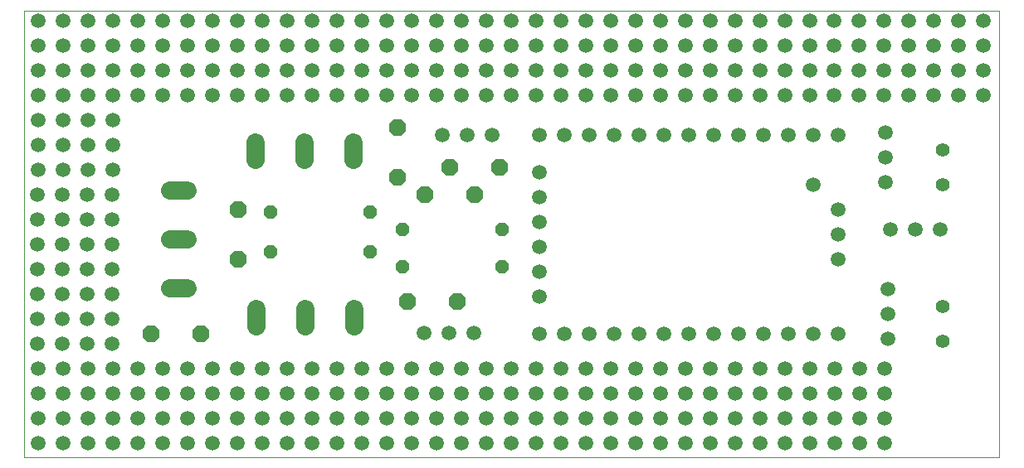
<source format=gts>
G75*
%MOIN*%
%OFA0B0*%
%FSLAX24Y24*%
%IPPOS*%
%LPD*%
%AMOC8*
5,1,8,0,0,1.08239X$1,22.5*
%
%ADD10C,0.0000*%
%ADD11C,0.0594*%
%ADD12C,0.0555*%
%ADD13OC8,0.0560*%
%ADD14C,0.0745*%
%ADD15OC8,0.0670*%
D10*
X000126Y007443D02*
X000126Y025389D01*
X039296Y025389D01*
X039296Y007443D01*
X000126Y007443D01*
D11*
X000686Y007983D03*
X001686Y007983D03*
X002686Y007983D03*
X003686Y007983D03*
X004686Y007983D03*
X005686Y007983D03*
X006686Y007983D03*
X007676Y007993D03*
X008676Y007993D03*
X009676Y007993D03*
X010676Y007993D03*
X011676Y007993D03*
X012676Y007993D03*
X013676Y007993D03*
X014676Y007993D03*
X015676Y007993D03*
X016676Y007993D03*
X017676Y007993D03*
X018676Y007993D03*
X019676Y007993D03*
X020676Y007993D03*
X021676Y007993D03*
X022676Y007993D03*
X023676Y007993D03*
X024676Y007993D03*
X025676Y007993D03*
X026676Y007993D03*
X027676Y007993D03*
X028676Y007993D03*
X029676Y007993D03*
X030676Y007993D03*
X031676Y007993D03*
X032676Y007993D03*
X033676Y007993D03*
X034676Y007993D03*
X034676Y008993D03*
X033676Y008993D03*
X032676Y008993D03*
X031676Y008993D03*
X030676Y008993D03*
X029676Y008993D03*
X028676Y008993D03*
X027676Y008993D03*
X026676Y008993D03*
X025676Y008993D03*
X024676Y008993D03*
X023676Y008993D03*
X022676Y008993D03*
X021676Y008993D03*
X020676Y008993D03*
X019676Y008993D03*
X018676Y008993D03*
X017676Y008993D03*
X016676Y008993D03*
X015676Y008993D03*
X014676Y008993D03*
X013676Y008993D03*
X012676Y008993D03*
X011676Y008993D03*
X010676Y008993D03*
X009676Y008993D03*
X008676Y008993D03*
X007676Y008993D03*
X006686Y008983D03*
X005686Y008983D03*
X004686Y008983D03*
X003686Y008983D03*
X002686Y008983D03*
X001686Y008983D03*
X000686Y008983D03*
X000686Y009983D03*
X001686Y009983D03*
X002686Y009983D03*
X003686Y009983D03*
X004686Y009983D03*
X005686Y009983D03*
X006686Y009983D03*
X007676Y009993D03*
X008676Y009993D03*
X009676Y009993D03*
X010676Y009993D03*
X011676Y009993D03*
X012676Y009993D03*
X013676Y009993D03*
X014676Y009993D03*
X015676Y009993D03*
X016676Y009993D03*
X017676Y009993D03*
X018676Y009993D03*
X019676Y009993D03*
X020676Y009993D03*
X021676Y009993D03*
X022676Y009993D03*
X023676Y009993D03*
X024676Y009993D03*
X025676Y009993D03*
X026676Y009993D03*
X027676Y009993D03*
X028676Y009993D03*
X029676Y009993D03*
X030676Y009993D03*
X031676Y009993D03*
X032676Y009993D03*
X033676Y009993D03*
X034676Y009993D03*
X034676Y010993D03*
X033676Y010993D03*
X032676Y010993D03*
X031676Y010993D03*
X030676Y010993D03*
X029676Y010993D03*
X028676Y010993D03*
X027676Y010993D03*
X026676Y010993D03*
X025676Y010993D03*
X024676Y010993D03*
X023676Y010993D03*
X022676Y010993D03*
X021676Y010993D03*
X020676Y010993D03*
X019676Y010993D03*
X018676Y010993D03*
X017676Y010993D03*
X016676Y010993D03*
X015676Y010993D03*
X014676Y010993D03*
X013676Y010993D03*
X012676Y010993D03*
X011676Y010993D03*
X010676Y010993D03*
X009676Y010993D03*
X008676Y010993D03*
X007676Y010993D03*
X006686Y010983D03*
X005686Y010983D03*
X004686Y010983D03*
X003686Y010983D03*
X002686Y010983D03*
X001686Y010983D03*
X000686Y010983D03*
X000656Y011983D03*
X001656Y011983D03*
X002656Y011983D03*
X003656Y011983D03*
X003656Y012983D03*
X002656Y012983D03*
X001656Y012983D03*
X000656Y012983D03*
X000656Y013983D03*
X001656Y013983D03*
X002656Y013983D03*
X003656Y013983D03*
X003656Y014983D03*
X002656Y014983D03*
X001656Y014983D03*
X000656Y014983D03*
X000656Y015983D03*
X001656Y015983D03*
X002656Y015983D03*
X003656Y015983D03*
X003656Y016983D03*
X002656Y016983D03*
X001656Y016983D03*
X000656Y016983D03*
X000656Y017983D03*
X001656Y017983D03*
X002656Y017983D03*
X003656Y017983D03*
X003676Y018993D03*
X002676Y018993D03*
X001676Y018993D03*
X000676Y018993D03*
X000676Y019993D03*
X001676Y019993D03*
X002676Y019993D03*
X003676Y019993D03*
X003676Y020993D03*
X002676Y020993D03*
X001676Y020993D03*
X000676Y020993D03*
X000676Y021993D03*
X001676Y021993D03*
X002676Y021993D03*
X003676Y021993D03*
X004686Y021983D03*
X005686Y021983D03*
X006686Y021983D03*
X007686Y021983D03*
X008686Y021983D03*
X009686Y021983D03*
X010686Y021983D03*
X011686Y021983D03*
X012686Y021983D03*
X013686Y021983D03*
X014686Y021983D03*
X015686Y021983D03*
X016686Y021983D03*
X017686Y021983D03*
X018676Y022003D03*
X019676Y022003D03*
X020676Y022003D03*
X021676Y022003D03*
X022676Y022003D03*
X023676Y022003D03*
X024676Y022003D03*
X025676Y021983D03*
X026676Y021983D03*
X027676Y021983D03*
X028676Y021983D03*
X029676Y021983D03*
X030676Y021983D03*
X031676Y021983D03*
X032656Y021993D03*
X033656Y021993D03*
X034656Y021993D03*
X035656Y021993D03*
X036656Y021993D03*
X037656Y021993D03*
X038656Y021993D03*
X038656Y022993D03*
X037656Y022993D03*
X036656Y022993D03*
X035656Y022993D03*
X034656Y022993D03*
X033656Y022993D03*
X032656Y022993D03*
X031676Y022983D03*
X030676Y022983D03*
X030676Y023983D03*
X031676Y023983D03*
X032656Y023993D03*
X033656Y023993D03*
X034656Y023993D03*
X035656Y023993D03*
X036656Y023993D03*
X037656Y023993D03*
X038656Y023993D03*
X038656Y024993D03*
X037656Y024993D03*
X036656Y024993D03*
X035656Y024993D03*
X034656Y024993D03*
X033656Y024993D03*
X032656Y024993D03*
X031676Y024983D03*
X030676Y024983D03*
X029676Y024983D03*
X028676Y024983D03*
X027676Y024983D03*
X026676Y024983D03*
X025676Y024983D03*
X024676Y025003D03*
X024676Y024003D03*
X025676Y023983D03*
X026676Y023983D03*
X027676Y023983D03*
X028676Y023983D03*
X029676Y023983D03*
X029676Y022983D03*
X028676Y022983D03*
X027676Y022983D03*
X026676Y022983D03*
X025676Y022983D03*
X024676Y023003D03*
X023676Y023003D03*
X022676Y023003D03*
X021676Y023003D03*
X020676Y023003D03*
X019676Y023003D03*
X018676Y023003D03*
X017686Y022983D03*
X017686Y023983D03*
X018676Y024003D03*
X019676Y024003D03*
X020676Y024003D03*
X021676Y024003D03*
X022676Y024003D03*
X023676Y024003D03*
X023676Y025003D03*
X022676Y025003D03*
X021676Y025003D03*
X020676Y025003D03*
X019676Y025003D03*
X018676Y025003D03*
X017686Y024983D03*
X016686Y024983D03*
X015686Y024983D03*
X014686Y024983D03*
X013686Y024983D03*
X012686Y024983D03*
X011686Y024983D03*
X010686Y024983D03*
X009686Y024983D03*
X008686Y024983D03*
X007686Y024983D03*
X006686Y024983D03*
X005686Y024983D03*
X004686Y024983D03*
X003676Y024993D03*
X002676Y024993D03*
X002676Y023993D03*
X003676Y023993D03*
X004686Y023983D03*
X005686Y023983D03*
X006686Y023983D03*
X007686Y023983D03*
X008686Y023983D03*
X009686Y023983D03*
X010686Y023983D03*
X011686Y023983D03*
X012686Y023983D03*
X013686Y023983D03*
X014686Y023983D03*
X015686Y023983D03*
X016686Y023983D03*
X016686Y022983D03*
X015686Y022983D03*
X014686Y022983D03*
X013686Y022983D03*
X012686Y022983D03*
X011686Y022983D03*
X010686Y022983D03*
X009686Y022983D03*
X008686Y022983D03*
X007686Y022983D03*
X006686Y022983D03*
X005686Y022983D03*
X004686Y022983D03*
X003676Y022993D03*
X002676Y022993D03*
X001676Y022993D03*
X000676Y022993D03*
X000676Y023993D03*
X001676Y023993D03*
X001676Y024993D03*
X000676Y024993D03*
X016926Y020393D03*
X017926Y020393D03*
X018926Y020393D03*
X020826Y020393D03*
X021826Y020393D03*
X022826Y020393D03*
X023826Y020393D03*
X024826Y020393D03*
X025826Y020393D03*
X026826Y020393D03*
X027826Y020393D03*
X028826Y020393D03*
X029826Y020393D03*
X030826Y020393D03*
X031826Y020393D03*
X032826Y020393D03*
X034726Y020493D03*
X034726Y019493D03*
X034726Y018493D03*
X032826Y017393D03*
X032826Y016393D03*
X032826Y015393D03*
X034826Y014193D03*
X034826Y013193D03*
X034826Y012193D03*
X032826Y012393D03*
X031826Y012393D03*
X030826Y012393D03*
X029826Y012393D03*
X028826Y012393D03*
X027826Y012393D03*
X026826Y012393D03*
X025826Y012393D03*
X024826Y012393D03*
X023826Y012393D03*
X022826Y012393D03*
X021826Y012393D03*
X020826Y012393D03*
X020826Y013893D03*
X020826Y014893D03*
X020826Y015893D03*
X020826Y016893D03*
X020826Y017893D03*
X020826Y018893D03*
X031826Y018393D03*
X034926Y016593D03*
X035926Y016593D03*
X036926Y016593D03*
X018176Y012443D03*
X017176Y012443D03*
X016176Y012443D03*
D12*
X037026Y012104D03*
X037026Y013482D03*
X037026Y018404D03*
X037026Y019782D03*
D13*
X019326Y016593D03*
X019326Y015093D03*
X015326Y015093D03*
X014026Y015693D03*
X015326Y016593D03*
X014026Y017293D03*
X010026Y017293D03*
X010026Y015693D03*
D14*
X006670Y016193D02*
X005965Y016193D01*
X005965Y014225D02*
X006670Y014225D01*
X009457Y013388D02*
X009457Y012683D01*
X011426Y012683D02*
X011426Y013388D01*
X013394Y013388D02*
X013394Y012683D01*
X006670Y018162D02*
X005965Y018162D01*
X009407Y019399D02*
X009407Y020104D01*
X011376Y020104D02*
X011376Y019399D01*
X013344Y019399D02*
X013344Y020104D01*
D15*
X015126Y020693D03*
X017226Y019093D03*
X018226Y017993D03*
X019226Y019093D03*
X016226Y017993D03*
X015126Y018693D03*
X008726Y017393D03*
X008726Y015393D03*
X007226Y012393D03*
X005226Y012393D03*
X015526Y013693D03*
X017526Y013693D03*
M02*

</source>
